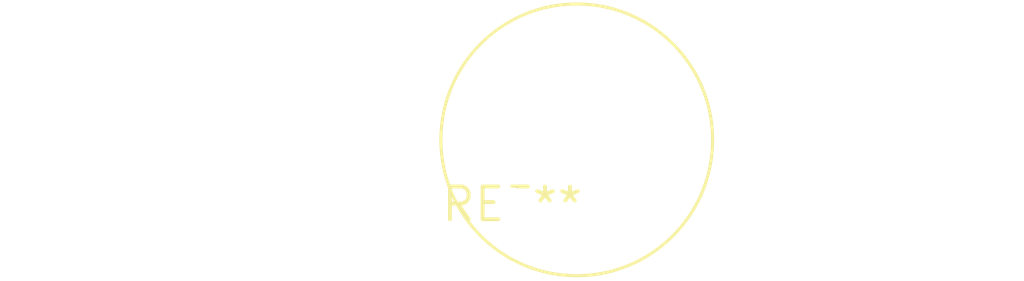
<source format=kicad_pcb>
(kicad_pcb (version 20240108) (generator pcbnew)
  (layers (0 "F.Cu" signal) (31 "B.Cu" signal) (34 "B.Paste" user) (35 "F.Paste" user) (36 "B.SilkS" user "B.Silkscreen") (37 "F.SilkS" user "F.Silkscreen") (38 "B.Mask" user) (39 "F.Mask" user) (44 "Edge.Cuts" user))
  (net 0 "")
  (footprint "Potentiometer_Piher_PT-10-V05_Vertical" (layer "F.Cu") (at 0 0)
    (property "Reference" "REF**")
    (property "Value" "Potentiometer_Piher_PT-10-V05_Vertical")
    (fp_circle (center 2.501 -2.5) (end 7.771 -2.5) (layer "F.SilkS") (stroke (width 0.12)) (fill none))
    (pad "1" thru_hole circle (at 0 0) (size 2.34 2.34) (drill 1.3) (layers *.Cu *.Mask) (remove_unused_layers))
    (pad "2" thru_hole circle (at 5 -2.5) (size 2.34 2.34) (drill 1.3) (layers *.Cu *.Mask) (remove_unused_layers))
    (pad "3" thru_hole circle (at 0 -5) (size 2.34 2.34) (drill 1.3) (layers *.Cu *.Mask) (remove_unused_layers))
  )
)
</source>
